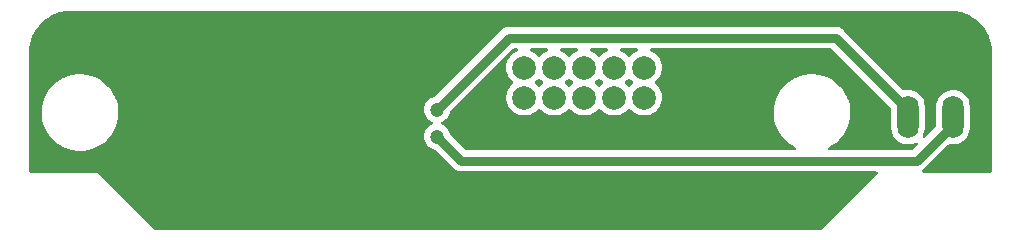
<source format=gbr>
%TF.GenerationSoftware,KiCad,Pcbnew,(6.0.11)*%
%TF.CreationDate,2024-03-18T15:41:05-03:00*%
%TF.ProjectId,qds-cv-bypass-adapter,7164732d-6376-42d6-9279-706173732d61,rev?*%
%TF.SameCoordinates,Original*%
%TF.FileFunction,Copper,L2,Bot*%
%TF.FilePolarity,Positive*%
%FSLAX46Y46*%
G04 Gerber Fmt 4.6, Leading zero omitted, Abs format (unit mm)*
G04 Created by KiCad (PCBNEW (6.0.11)) date 2024-03-18 15:41:05*
%MOMM*%
%LPD*%
G01*
G04 APERTURE LIST*
%TA.AperFunction,ComponentPad*%
%ADD10O,1.800000X3.600000*%
%TD*%
%TA.AperFunction,ComponentPad*%
%ADD11C,2.000000*%
%TD*%
%TA.AperFunction,ViaPad*%
%ADD12C,1.200000*%
%TD*%
%TA.AperFunction,Conductor*%
%ADD13C,0.800000*%
%TD*%
G04 APERTURE END LIST*
D10*
%TO.P,J1,1,Pin_1*%
%TO.N,Net-(SW1-Pad4)*%
X204978000Y-89034500D03*
%TO.P,J1,2,Pin_2*%
%TO.N,Net-(SW1-Pad1)*%
X208788000Y-89034500D03*
%TD*%
D11*
%TO.P,J2,1,Pin_1*%
%TO.N,Net-(J2-Pad1)*%
X172466000Y-84836000D03*
%TO.P,J2,2,Pin_2*%
%TO.N,Net-(J2-Pad2)*%
X172466000Y-87376000D03*
%TO.P,J2,3,Pin_3*%
%TO.N,Net-(J2-Pad3)*%
X175006000Y-84836000D03*
%TO.P,J2,4,Pin_4*%
%TO.N,Net-(J2-Pad4)*%
X175006000Y-87376000D03*
%TO.P,J2,5,Pin_5*%
%TO.N,Net-(J2-Pad5)*%
X177546000Y-84836000D03*
%TO.P,J2,6,Pin_6*%
%TO.N,Net-(J2-Pad6)*%
X177546000Y-87376000D03*
%TO.P,J2,7,Pin_7*%
%TO.N,Net-(J2-Pad7)*%
X180086000Y-84836000D03*
%TO.P,J2,8,Pin_8*%
%TO.N,Net-(J2-Pad8)*%
X180086000Y-87376000D03*
%TO.P,J2,9,Pin_9*%
%TO.N,unconnected-(J2-Pad9)*%
X182626000Y-84836000D03*
%TO.P,J2,10,Pin_10*%
%TO.N,unconnected-(J2-Pad10)*%
X182626000Y-87376000D03*
%TD*%
D12*
%TO.N,Net-(SW1-Pad1)*%
X165100000Y-90678000D03*
%TO.N,Net-(SW1-Pad4)*%
X165100000Y-88392000D03*
%TD*%
D13*
%TO.N,Net-(SW1-Pad1)*%
X205740000Y-92710000D02*
X208788000Y-89662000D01*
X165100000Y-90678000D02*
X167132000Y-92710000D01*
X208788000Y-89034500D02*
X208788000Y-88197750D01*
X208788000Y-89662000D02*
X208788000Y-89034500D01*
X167132000Y-92710000D02*
X205740000Y-92710000D01*
%TO.N,Net-(SW1-Pad4)*%
X171196000Y-82296000D02*
X165100000Y-88392000D01*
X204978000Y-88392000D02*
X198882000Y-82296000D01*
X204978000Y-89034500D02*
X204978000Y-88392000D01*
X198882000Y-82296000D02*
X171196000Y-82296000D01*
%TD*%
%TA.AperFunction,NonConductor*%
G36*
X182057564Y-83224502D02*
G01*
X182104057Y-83278158D01*
X182114161Y-83348432D01*
X182084667Y-83413012D01*
X182037661Y-83446909D01*
X181943611Y-83485865D01*
X181943607Y-83485867D01*
X181939037Y-83487760D01*
X181934817Y-83490346D01*
X181740798Y-83609241D01*
X181740792Y-83609245D01*
X181736584Y-83611824D01*
X181556031Y-83766031D01*
X181552823Y-83769787D01*
X181552818Y-83769792D01*
X181451811Y-83888056D01*
X181392361Y-83926866D01*
X181321366Y-83927372D01*
X181260189Y-83888056D01*
X181159182Y-83769792D01*
X181159177Y-83769787D01*
X181155969Y-83766031D01*
X180975416Y-83611824D01*
X180971208Y-83609245D01*
X180971202Y-83609241D01*
X180777183Y-83490346D01*
X180772963Y-83487760D01*
X180768393Y-83485867D01*
X180768389Y-83485865D01*
X180674339Y-83446909D01*
X180619058Y-83402361D01*
X180596637Y-83334998D01*
X180614195Y-83266206D01*
X180666157Y-83217828D01*
X180722557Y-83204500D01*
X181989443Y-83204500D01*
X182057564Y-83224502D01*
G37*
%TD.AperFunction*%
%TA.AperFunction,NonConductor*%
G36*
X179517564Y-83224502D02*
G01*
X179564057Y-83278158D01*
X179574161Y-83348432D01*
X179544667Y-83413012D01*
X179497661Y-83446909D01*
X179403611Y-83485865D01*
X179403607Y-83485867D01*
X179399037Y-83487760D01*
X179394817Y-83490346D01*
X179200798Y-83609241D01*
X179200792Y-83609245D01*
X179196584Y-83611824D01*
X179016031Y-83766031D01*
X179012823Y-83769787D01*
X179012818Y-83769792D01*
X178911811Y-83888056D01*
X178852361Y-83926866D01*
X178781366Y-83927372D01*
X178720189Y-83888056D01*
X178619182Y-83769792D01*
X178619177Y-83769787D01*
X178615969Y-83766031D01*
X178435416Y-83611824D01*
X178431208Y-83609245D01*
X178431202Y-83609241D01*
X178237183Y-83490346D01*
X178232963Y-83487760D01*
X178228393Y-83485867D01*
X178228389Y-83485865D01*
X178134339Y-83446909D01*
X178079058Y-83402361D01*
X178056637Y-83334998D01*
X178074195Y-83266206D01*
X178126157Y-83217828D01*
X178182557Y-83204500D01*
X179449443Y-83204500D01*
X179517564Y-83224502D01*
G37*
%TD.AperFunction*%
%TA.AperFunction,NonConductor*%
G36*
X176977564Y-83224502D02*
G01*
X177024057Y-83278158D01*
X177034161Y-83348432D01*
X177004667Y-83413012D01*
X176957661Y-83446909D01*
X176863611Y-83485865D01*
X176863607Y-83485867D01*
X176859037Y-83487760D01*
X176854817Y-83490346D01*
X176660798Y-83609241D01*
X176660792Y-83609245D01*
X176656584Y-83611824D01*
X176476031Y-83766031D01*
X176472823Y-83769787D01*
X176472818Y-83769792D01*
X176371811Y-83888056D01*
X176312361Y-83926866D01*
X176241366Y-83927372D01*
X176180189Y-83888056D01*
X176079182Y-83769792D01*
X176079177Y-83769787D01*
X176075969Y-83766031D01*
X175895416Y-83611824D01*
X175891208Y-83609245D01*
X175891202Y-83609241D01*
X175697183Y-83490346D01*
X175692963Y-83487760D01*
X175688393Y-83485867D01*
X175688389Y-83485865D01*
X175594339Y-83446909D01*
X175539058Y-83402361D01*
X175516637Y-83334998D01*
X175534195Y-83266206D01*
X175586157Y-83217828D01*
X175642557Y-83204500D01*
X176909443Y-83204500D01*
X176977564Y-83224502D01*
G37*
%TD.AperFunction*%
%TA.AperFunction,NonConductor*%
G36*
X174437564Y-83224502D02*
G01*
X174484057Y-83278158D01*
X174494161Y-83348432D01*
X174464667Y-83413012D01*
X174417661Y-83446909D01*
X174323611Y-83485865D01*
X174323607Y-83485867D01*
X174319037Y-83487760D01*
X174314817Y-83490346D01*
X174120798Y-83609241D01*
X174120792Y-83609245D01*
X174116584Y-83611824D01*
X173936031Y-83766031D01*
X173932823Y-83769787D01*
X173932818Y-83769792D01*
X173831811Y-83888056D01*
X173772361Y-83926866D01*
X173701366Y-83927372D01*
X173640189Y-83888056D01*
X173539182Y-83769792D01*
X173539177Y-83769787D01*
X173535969Y-83766031D01*
X173355416Y-83611824D01*
X173351208Y-83609245D01*
X173351202Y-83609241D01*
X173157183Y-83490346D01*
X173152963Y-83487760D01*
X173148393Y-83485867D01*
X173148389Y-83485865D01*
X173054339Y-83446909D01*
X172999058Y-83402361D01*
X172976637Y-83334998D01*
X172994195Y-83266206D01*
X173046157Y-83217828D01*
X173102557Y-83204500D01*
X174369443Y-83204500D01*
X174437564Y-83224502D01*
G37*
%TD.AperFunction*%
%TA.AperFunction,NonConductor*%
G36*
X173831811Y-85783944D02*
G01*
X173932818Y-85902208D01*
X173932823Y-85902213D01*
X173936031Y-85905969D01*
X173939787Y-85909177D01*
X173939792Y-85909182D01*
X174058056Y-86010189D01*
X174096866Y-86069639D01*
X174097372Y-86140634D01*
X174058056Y-86201811D01*
X173939792Y-86302818D01*
X173939787Y-86302823D01*
X173936031Y-86306031D01*
X173932823Y-86309787D01*
X173932818Y-86309792D01*
X173831811Y-86428056D01*
X173772361Y-86466866D01*
X173701366Y-86467372D01*
X173640189Y-86428056D01*
X173539182Y-86309792D01*
X173539177Y-86309787D01*
X173535969Y-86306031D01*
X173532213Y-86302823D01*
X173532208Y-86302818D01*
X173413944Y-86201811D01*
X173375134Y-86142361D01*
X173374628Y-86071366D01*
X173413944Y-86010189D01*
X173532208Y-85909182D01*
X173532213Y-85909177D01*
X173535969Y-85905969D01*
X173539177Y-85902213D01*
X173539182Y-85902208D01*
X173640189Y-85783944D01*
X173699639Y-85745134D01*
X173770634Y-85744628D01*
X173831811Y-85783944D01*
G37*
%TD.AperFunction*%
%TA.AperFunction,NonConductor*%
G36*
X181451811Y-85783944D02*
G01*
X181552818Y-85902208D01*
X181552823Y-85902213D01*
X181556031Y-85905969D01*
X181559787Y-85909177D01*
X181559792Y-85909182D01*
X181678056Y-86010189D01*
X181716866Y-86069639D01*
X181717372Y-86140634D01*
X181678056Y-86201811D01*
X181559792Y-86302818D01*
X181559787Y-86302823D01*
X181556031Y-86306031D01*
X181552823Y-86309787D01*
X181552818Y-86309792D01*
X181451811Y-86428056D01*
X181392361Y-86466866D01*
X181321366Y-86467372D01*
X181260189Y-86428056D01*
X181159182Y-86309792D01*
X181159177Y-86309787D01*
X181155969Y-86306031D01*
X181152213Y-86302823D01*
X181152208Y-86302818D01*
X181033944Y-86201811D01*
X180995134Y-86142361D01*
X180994628Y-86071366D01*
X181033944Y-86010189D01*
X181152208Y-85909182D01*
X181152213Y-85909177D01*
X181155969Y-85905969D01*
X181159177Y-85902213D01*
X181159182Y-85902208D01*
X181260189Y-85783944D01*
X181319639Y-85745134D01*
X181390634Y-85744628D01*
X181451811Y-85783944D01*
G37*
%TD.AperFunction*%
%TA.AperFunction,NonConductor*%
G36*
X176371811Y-85783944D02*
G01*
X176472818Y-85902208D01*
X176472823Y-85902213D01*
X176476031Y-85905969D01*
X176479787Y-85909177D01*
X176479792Y-85909182D01*
X176598056Y-86010189D01*
X176636866Y-86069639D01*
X176637372Y-86140634D01*
X176598056Y-86201811D01*
X176479792Y-86302818D01*
X176479787Y-86302823D01*
X176476031Y-86306031D01*
X176472823Y-86309787D01*
X176472818Y-86309792D01*
X176371811Y-86428056D01*
X176312361Y-86466866D01*
X176241366Y-86467372D01*
X176180189Y-86428056D01*
X176079182Y-86309792D01*
X176079177Y-86309787D01*
X176075969Y-86306031D01*
X176072213Y-86302823D01*
X176072208Y-86302818D01*
X175953944Y-86201811D01*
X175915134Y-86142361D01*
X175914628Y-86071366D01*
X175953944Y-86010189D01*
X176072208Y-85909182D01*
X176072213Y-85909177D01*
X176075969Y-85905969D01*
X176079177Y-85902213D01*
X176079182Y-85902208D01*
X176180189Y-85783944D01*
X176239639Y-85745134D01*
X176310634Y-85744628D01*
X176371811Y-85783944D01*
G37*
%TD.AperFunction*%
%TA.AperFunction,NonConductor*%
G36*
X178911811Y-85783944D02*
G01*
X179012818Y-85902208D01*
X179012823Y-85902213D01*
X179016031Y-85905969D01*
X179019787Y-85909177D01*
X179019792Y-85909182D01*
X179138056Y-86010189D01*
X179176866Y-86069639D01*
X179177372Y-86140634D01*
X179138056Y-86201811D01*
X179019792Y-86302818D01*
X179019787Y-86302823D01*
X179016031Y-86306031D01*
X179012823Y-86309787D01*
X179012818Y-86309792D01*
X178911811Y-86428056D01*
X178852361Y-86466866D01*
X178781366Y-86467372D01*
X178720189Y-86428056D01*
X178619182Y-86309792D01*
X178619177Y-86309787D01*
X178615969Y-86306031D01*
X178612213Y-86302823D01*
X178612208Y-86302818D01*
X178493944Y-86201811D01*
X178455134Y-86142361D01*
X178454628Y-86071366D01*
X178493944Y-86010189D01*
X178612208Y-85909182D01*
X178612213Y-85909177D01*
X178615969Y-85905969D01*
X178619177Y-85902213D01*
X178619182Y-85902208D01*
X178720189Y-85783944D01*
X178779639Y-85745134D01*
X178850634Y-85744628D01*
X178911811Y-85783944D01*
G37*
%TD.AperFunction*%
%TA.AperFunction,NonConductor*%
G36*
X171897564Y-83224502D02*
G01*
X171944057Y-83278158D01*
X171954161Y-83348432D01*
X171924667Y-83413012D01*
X171877661Y-83446909D01*
X171783611Y-83485865D01*
X171783607Y-83485867D01*
X171779037Y-83487760D01*
X171774817Y-83490346D01*
X171580798Y-83609241D01*
X171580792Y-83609245D01*
X171576584Y-83611824D01*
X171396031Y-83766031D01*
X171241824Y-83946584D01*
X171239245Y-83950792D01*
X171239241Y-83950798D01*
X171120346Y-84144817D01*
X171117760Y-84149037D01*
X171026895Y-84368406D01*
X170971465Y-84599289D01*
X170952835Y-84836000D01*
X170971465Y-85072711D01*
X171026895Y-85303594D01*
X171028788Y-85308165D01*
X171028789Y-85308167D01*
X171070981Y-85410027D01*
X171117760Y-85522963D01*
X171120346Y-85527183D01*
X171239241Y-85721202D01*
X171239245Y-85721208D01*
X171241824Y-85725416D01*
X171396031Y-85905969D01*
X171399787Y-85909177D01*
X171399792Y-85909182D01*
X171518056Y-86010189D01*
X171556866Y-86069639D01*
X171557372Y-86140634D01*
X171518056Y-86201811D01*
X171399792Y-86302818D01*
X171399787Y-86302823D01*
X171396031Y-86306031D01*
X171241824Y-86486584D01*
X171239245Y-86490792D01*
X171239241Y-86490798D01*
X171190153Y-86570903D01*
X171117760Y-86689037D01*
X171115867Y-86693607D01*
X171115865Y-86693611D01*
X171046247Y-86861685D01*
X171026895Y-86908406D01*
X171020967Y-86933098D01*
X170985786Y-87079639D01*
X170971465Y-87139289D01*
X170952835Y-87376000D01*
X170971465Y-87612711D01*
X170972619Y-87617518D01*
X170972620Y-87617524D01*
X170990533Y-87692136D01*
X171026895Y-87843594D01*
X171028788Y-87848165D01*
X171028789Y-87848167D01*
X171108011Y-88039426D01*
X171117760Y-88062963D01*
X171120346Y-88067183D01*
X171239241Y-88261202D01*
X171239245Y-88261208D01*
X171241824Y-88265416D01*
X171396031Y-88445969D01*
X171576584Y-88600176D01*
X171580792Y-88602755D01*
X171580798Y-88602759D01*
X171669886Y-88657352D01*
X171779037Y-88724240D01*
X171783607Y-88726133D01*
X171783611Y-88726135D01*
X171886750Y-88768856D01*
X171998406Y-88815105D01*
X172078609Y-88834360D01*
X172224476Y-88869380D01*
X172224482Y-88869381D01*
X172229289Y-88870535D01*
X172466000Y-88889165D01*
X172702711Y-88870535D01*
X172707518Y-88869381D01*
X172707524Y-88869380D01*
X172853391Y-88834360D01*
X172933594Y-88815105D01*
X173045250Y-88768856D01*
X173148389Y-88726135D01*
X173148393Y-88726133D01*
X173152963Y-88724240D01*
X173262114Y-88657352D01*
X173351202Y-88602759D01*
X173351208Y-88602755D01*
X173355416Y-88600176D01*
X173535969Y-88445969D01*
X173539177Y-88442213D01*
X173539182Y-88442208D01*
X173640189Y-88323944D01*
X173699639Y-88285134D01*
X173770634Y-88284628D01*
X173831811Y-88323944D01*
X173932818Y-88442208D01*
X173932823Y-88442213D01*
X173936031Y-88445969D01*
X174116584Y-88600176D01*
X174120792Y-88602755D01*
X174120798Y-88602759D01*
X174209886Y-88657352D01*
X174319037Y-88724240D01*
X174323607Y-88726133D01*
X174323611Y-88726135D01*
X174426750Y-88768856D01*
X174538406Y-88815105D01*
X174618609Y-88834360D01*
X174764476Y-88869380D01*
X174764482Y-88869381D01*
X174769289Y-88870535D01*
X175006000Y-88889165D01*
X175242711Y-88870535D01*
X175247518Y-88869381D01*
X175247524Y-88869380D01*
X175393391Y-88834360D01*
X175473594Y-88815105D01*
X175585250Y-88768856D01*
X175688389Y-88726135D01*
X175688393Y-88726133D01*
X175692963Y-88724240D01*
X175802114Y-88657352D01*
X175891202Y-88602759D01*
X175891208Y-88602755D01*
X175895416Y-88600176D01*
X176075969Y-88445969D01*
X176079177Y-88442213D01*
X176079182Y-88442208D01*
X176180189Y-88323944D01*
X176239639Y-88285134D01*
X176310634Y-88284628D01*
X176371811Y-88323944D01*
X176472818Y-88442208D01*
X176472823Y-88442213D01*
X176476031Y-88445969D01*
X176656584Y-88600176D01*
X176660792Y-88602755D01*
X176660798Y-88602759D01*
X176749886Y-88657352D01*
X176859037Y-88724240D01*
X176863607Y-88726133D01*
X176863611Y-88726135D01*
X176966750Y-88768856D01*
X177078406Y-88815105D01*
X177158609Y-88834360D01*
X177304476Y-88869380D01*
X177304482Y-88869381D01*
X177309289Y-88870535D01*
X177546000Y-88889165D01*
X177782711Y-88870535D01*
X177787518Y-88869381D01*
X177787524Y-88869380D01*
X177933391Y-88834360D01*
X178013594Y-88815105D01*
X178125250Y-88768856D01*
X178228389Y-88726135D01*
X178228393Y-88726133D01*
X178232963Y-88724240D01*
X178342114Y-88657352D01*
X178431202Y-88602759D01*
X178431208Y-88602755D01*
X178435416Y-88600176D01*
X178615969Y-88445969D01*
X178619177Y-88442213D01*
X178619182Y-88442208D01*
X178720189Y-88323944D01*
X178779639Y-88285134D01*
X178850634Y-88284628D01*
X178911811Y-88323944D01*
X179012818Y-88442208D01*
X179012823Y-88442213D01*
X179016031Y-88445969D01*
X179196584Y-88600176D01*
X179200792Y-88602755D01*
X179200798Y-88602759D01*
X179289886Y-88657352D01*
X179399037Y-88724240D01*
X179403607Y-88726133D01*
X179403611Y-88726135D01*
X179506750Y-88768856D01*
X179618406Y-88815105D01*
X179698609Y-88834360D01*
X179844476Y-88869380D01*
X179844482Y-88869381D01*
X179849289Y-88870535D01*
X180086000Y-88889165D01*
X180322711Y-88870535D01*
X180327518Y-88869381D01*
X180327524Y-88869380D01*
X180473391Y-88834360D01*
X180553594Y-88815105D01*
X180665250Y-88768856D01*
X180768389Y-88726135D01*
X180768393Y-88726133D01*
X180772963Y-88724240D01*
X180882114Y-88657352D01*
X180971202Y-88602759D01*
X180971208Y-88602755D01*
X180975416Y-88600176D01*
X181155969Y-88445969D01*
X181159177Y-88442213D01*
X181159182Y-88442208D01*
X181260189Y-88323944D01*
X181319639Y-88285134D01*
X181390634Y-88284628D01*
X181451811Y-88323944D01*
X181552818Y-88442208D01*
X181552823Y-88442213D01*
X181556031Y-88445969D01*
X181736584Y-88600176D01*
X181740792Y-88602755D01*
X181740798Y-88602759D01*
X181829886Y-88657352D01*
X181939037Y-88724240D01*
X181943607Y-88726133D01*
X181943611Y-88726135D01*
X182046750Y-88768856D01*
X182158406Y-88815105D01*
X182238609Y-88834360D01*
X182384476Y-88869380D01*
X182384482Y-88869381D01*
X182389289Y-88870535D01*
X182626000Y-88889165D01*
X182862711Y-88870535D01*
X182867518Y-88869381D01*
X182867524Y-88869380D01*
X183013391Y-88834360D01*
X183093594Y-88815105D01*
X183205250Y-88768856D01*
X183308389Y-88726135D01*
X183308393Y-88726133D01*
X183312963Y-88724240D01*
X183422114Y-88657352D01*
X183511202Y-88602759D01*
X183511208Y-88602755D01*
X183515416Y-88600176D01*
X183695969Y-88445969D01*
X183850176Y-88265416D01*
X183852755Y-88261208D01*
X183852759Y-88261202D01*
X183971654Y-88067183D01*
X183974240Y-88062963D01*
X183983990Y-88039426D01*
X184063211Y-87848167D01*
X184063212Y-87848165D01*
X184065105Y-87843594D01*
X184101467Y-87692136D01*
X184119380Y-87617524D01*
X184119381Y-87617518D01*
X184120535Y-87612711D01*
X184139165Y-87376000D01*
X184120535Y-87139289D01*
X184106215Y-87079639D01*
X184071033Y-86933098D01*
X184065105Y-86908406D01*
X184045753Y-86861685D01*
X183976135Y-86693611D01*
X183976133Y-86693607D01*
X183974240Y-86689037D01*
X183901847Y-86570903D01*
X183852759Y-86490798D01*
X183852755Y-86490792D01*
X183850176Y-86486584D01*
X183695969Y-86306031D01*
X183692213Y-86302823D01*
X183692208Y-86302818D01*
X183573944Y-86201811D01*
X183535134Y-86142361D01*
X183534628Y-86071366D01*
X183573944Y-86010189D01*
X183692208Y-85909182D01*
X183692213Y-85909177D01*
X183695969Y-85905969D01*
X183850176Y-85725416D01*
X183852755Y-85721208D01*
X183852759Y-85721202D01*
X183971654Y-85527183D01*
X183974240Y-85522963D01*
X184021020Y-85410027D01*
X184063211Y-85308167D01*
X184063212Y-85308165D01*
X184065105Y-85303594D01*
X184120535Y-85072711D01*
X184139165Y-84836000D01*
X184120535Y-84599289D01*
X184065105Y-84368406D01*
X183974240Y-84149037D01*
X183971654Y-84144817D01*
X183852759Y-83950798D01*
X183852755Y-83950792D01*
X183850176Y-83946584D01*
X183695969Y-83766031D01*
X183515416Y-83611824D01*
X183511208Y-83609245D01*
X183511202Y-83609241D01*
X183317183Y-83490346D01*
X183312963Y-83487760D01*
X183308393Y-83485867D01*
X183308389Y-83485865D01*
X183214339Y-83446909D01*
X183159058Y-83402361D01*
X183136637Y-83334998D01*
X183154195Y-83266206D01*
X183206157Y-83217828D01*
X183262557Y-83204500D01*
X198453497Y-83204500D01*
X198521618Y-83224502D01*
X198542592Y-83241405D01*
X203532595Y-88231408D01*
X203566621Y-88293720D01*
X203569500Y-88320503D01*
X203569500Y-89994512D01*
X203584617Y-90172675D01*
X203585957Y-90177839D01*
X203585958Y-90177843D01*
X203613669Y-90284606D01*
X203644668Y-90404040D01*
X203646860Y-90408906D01*
X203702345Y-90532077D01*
X203742843Y-90621980D01*
X203876334Y-90820262D01*
X203880013Y-90824119D01*
X203880015Y-90824121D01*
X203912099Y-90857753D01*
X204041326Y-90993218D01*
X204233100Y-91135902D01*
X204237851Y-91138318D01*
X204237855Y-91138320D01*
X204390718Y-91216039D01*
X204446172Y-91244233D01*
X204560312Y-91279674D01*
X204669349Y-91313532D01*
X204669355Y-91313533D01*
X204674452Y-91315116D01*
X204801883Y-91332006D01*
X204906127Y-91345823D01*
X204906131Y-91345823D01*
X204911411Y-91346523D01*
X204916740Y-91346323D01*
X204916741Y-91346323D01*
X205014509Y-91342652D01*
X205150274Y-91337555D01*
X205245865Y-91317498D01*
X205378984Y-91289567D01*
X205378987Y-91289566D01*
X205384211Y-91288470D01*
X205606533Y-91200671D01*
X205623594Y-91190318D01*
X205692208Y-91172079D01*
X205759790Y-91193830D01*
X205804885Y-91248666D01*
X205813174Y-91319177D01*
X205778055Y-91387132D01*
X205400592Y-91764595D01*
X205338280Y-91798621D01*
X205311497Y-91801500D01*
X198345973Y-91801500D01*
X198277852Y-91781498D01*
X198231359Y-91727842D01*
X198221255Y-91657568D01*
X198250749Y-91592988D01*
X198286141Y-91564612D01*
X198319961Y-91546364D01*
X198411589Y-91496924D01*
X198547914Y-91423367D01*
X198547918Y-91423364D01*
X198550964Y-91421721D01*
X198580949Y-91400997D01*
X198842443Y-91220269D01*
X198842449Y-91220265D01*
X198845284Y-91218305D01*
X199104673Y-90993218D01*
X199112887Y-90986090D01*
X199112888Y-90986089D01*
X199115504Y-90983819D01*
X199249019Y-90839384D01*
X199356014Y-90723637D01*
X199358362Y-90721097D01*
X199415954Y-90643124D01*
X199568860Y-90436106D01*
X199568865Y-90436098D01*
X199570923Y-90433312D01*
X199750621Y-90123940D01*
X199895285Y-89796717D01*
X200003167Y-89455596D01*
X200004129Y-89450763D01*
X200072291Y-89108089D01*
X200072966Y-89104696D01*
X200079696Y-89026997D01*
X200103538Y-88751712D01*
X200103538Y-88751706D01*
X200103837Y-88748256D01*
X200099678Y-88571753D01*
X200095490Y-88394045D01*
X200095489Y-88394038D01*
X200095408Y-88390581D01*
X200047780Y-88035991D01*
X200045800Y-88028019D01*
X199962367Y-87692136D01*
X199962365Y-87692129D01*
X199961530Y-87688768D01*
X199939931Y-87630220D01*
X199851364Y-87390150D01*
X199837698Y-87353108D01*
X199746822Y-87171238D01*
X199679326Y-87036156D01*
X199679322Y-87036149D01*
X199677780Y-87033063D01*
X199483709Y-86732499D01*
X199354419Y-86573691D01*
X199260012Y-86457729D01*
X199260005Y-86457722D01*
X199257827Y-86455046D01*
X199002863Y-86204056D01*
X199000016Y-86201811D01*
X198724620Y-85984707D01*
X198721897Y-85982560D01*
X198418322Y-85793234D01*
X198415196Y-85791733D01*
X198415187Y-85791728D01*
X198245759Y-85710370D01*
X198095804Y-85638363D01*
X198092535Y-85637215D01*
X197761499Y-85520963D01*
X197761491Y-85520961D01*
X197758240Y-85519819D01*
X197754878Y-85519040D01*
X197754872Y-85519038D01*
X197542887Y-85469903D01*
X197409705Y-85439033D01*
X197406288Y-85438629D01*
X197406279Y-85438627D01*
X197057115Y-85397301D01*
X197057114Y-85397301D01*
X197054411Y-85396981D01*
X197051696Y-85396896D01*
X197051687Y-85396895D01*
X197026731Y-85396111D01*
X197007286Y-85395500D01*
X196760183Y-85395500D01*
X196758464Y-85395595D01*
X196758449Y-85395595D01*
X196616311Y-85403418D01*
X196492766Y-85410217D01*
X196489354Y-85410785D01*
X196489344Y-85410786D01*
X196246045Y-85451283D01*
X196139847Y-85468959D01*
X195795505Y-85566073D01*
X195463900Y-85700387D01*
X195410547Y-85729175D01*
X195152086Y-85868633D01*
X195152082Y-85868636D01*
X195149036Y-85870279D01*
X195146188Y-85872248D01*
X195146187Y-85872248D01*
X194857557Y-86071731D01*
X194857551Y-86071735D01*
X194854716Y-86073695D01*
X194584496Y-86308181D01*
X194582148Y-86310721D01*
X194582146Y-86310723D01*
X194448735Y-86455046D01*
X194341638Y-86570903D01*
X194339579Y-86573691D01*
X194131140Y-86855894D01*
X194131135Y-86855902D01*
X194129077Y-86858688D01*
X194127338Y-86861682D01*
X194127336Y-86861685D01*
X194053057Y-86989565D01*
X193949379Y-87168060D01*
X193804715Y-87495283D01*
X193696833Y-87836404D01*
X193696158Y-87839797D01*
X193696156Y-87839805D01*
X193637683Y-88133768D01*
X193627034Y-88187304D01*
X193626736Y-88190745D01*
X193626735Y-88190752D01*
X193604631Y-88445969D01*
X193596163Y-88543744D01*
X193596555Y-88560383D01*
X193603377Y-88849842D01*
X193604592Y-88901419D01*
X193652220Y-89256009D01*
X193653056Y-89259373D01*
X193653056Y-89259375D01*
X193729764Y-89568183D01*
X193738470Y-89603232D01*
X193739670Y-89606485D01*
X193739671Y-89606488D01*
X193763545Y-89671200D01*
X193862302Y-89938892D01*
X193938657Y-90091702D01*
X194020674Y-90255844D01*
X194020678Y-90255851D01*
X194022220Y-90258937D01*
X194216291Y-90559501D01*
X194284371Y-90643124D01*
X194439988Y-90834271D01*
X194439995Y-90834278D01*
X194442173Y-90836954D01*
X194444637Y-90839380D01*
X194444641Y-90839384D01*
X194526541Y-90920007D01*
X194697137Y-91087944D01*
X194699856Y-91090088D01*
X194699860Y-91090091D01*
X194826998Y-91190318D01*
X194978103Y-91309440D01*
X194981049Y-91311277D01*
X194981050Y-91311278D01*
X194993716Y-91319177D01*
X195281678Y-91498766D01*
X195284804Y-91500267D01*
X195284813Y-91500272D01*
X195413190Y-91561917D01*
X195465939Y-91609435D01*
X195484625Y-91677929D01*
X195463313Y-91745651D01*
X195408771Y-91791101D01*
X195358648Y-91801500D01*
X167560503Y-91801500D01*
X167492382Y-91781498D01*
X167471408Y-91764595D01*
X166222834Y-90516021D01*
X166190660Y-90461128D01*
X166140875Y-90284606D01*
X166140874Y-90284604D01*
X166139307Y-90279047D01*
X166130824Y-90261844D01*
X166051756Y-90101510D01*
X166049201Y-90096329D01*
X166030796Y-90071681D01*
X165930758Y-89937715D01*
X165930758Y-89937714D01*
X165927305Y-89933091D01*
X165785079Y-89801618D01*
X165781943Y-89798719D01*
X165781940Y-89798717D01*
X165777703Y-89794800D01*
X165680543Y-89733497D01*
X165610288Y-89689169D01*
X165610283Y-89689167D01*
X165605404Y-89686088D01*
X165523201Y-89653292D01*
X165467343Y-89609473D01*
X165444042Y-89542408D01*
X165460698Y-89473393D01*
X165512022Y-89424339D01*
X165529387Y-89416951D01*
X165552799Y-89409004D01*
X165730551Y-89309458D01*
X165887186Y-89179186D01*
X166017458Y-89022551D01*
X166117004Y-88844799D01*
X166118860Y-88839332D01*
X166118862Y-88839327D01*
X166180634Y-88657352D01*
X166180635Y-88657347D01*
X166182490Y-88651883D01*
X166186246Y-88625979D01*
X166215817Y-88561434D01*
X166221847Y-88554966D01*
X171535408Y-83241405D01*
X171597720Y-83207379D01*
X171624503Y-83204500D01*
X171829443Y-83204500D01*
X171897564Y-83224502D01*
G37*
%TD.AperFunction*%
%TA.AperFunction,NonConductor*%
G36*
X208504018Y-80012000D02*
G01*
X208518852Y-80014310D01*
X208518855Y-80014310D01*
X208527724Y-80015691D01*
X208536627Y-80014527D01*
X208536629Y-80014527D01*
X208547078Y-80013161D01*
X208569594Y-80012249D01*
X208876322Y-80027318D01*
X208888618Y-80028528D01*
X209221520Y-80077910D01*
X209233642Y-80080320D01*
X209329572Y-80104350D01*
X209560101Y-80162095D01*
X209571933Y-80165684D01*
X209888803Y-80279061D01*
X209900227Y-80283793D01*
X210204456Y-80427683D01*
X210215361Y-80433512D01*
X210504024Y-80606530D01*
X210514305Y-80613400D01*
X210784613Y-80813874D01*
X210794171Y-80821718D01*
X211043531Y-81047725D01*
X211052275Y-81056469D01*
X211278282Y-81305829D01*
X211286126Y-81315387D01*
X211486600Y-81585695D01*
X211493470Y-81595976D01*
X211666488Y-81884639D01*
X211672317Y-81895544D01*
X211816207Y-82199773D01*
X211820939Y-82211197D01*
X211934316Y-82528067D01*
X211937905Y-82539899D01*
X212019679Y-82866355D01*
X212022091Y-82878483D01*
X212071471Y-83211377D01*
X212072682Y-83223676D01*
X212085564Y-83485865D01*
X212087390Y-83523034D01*
X212086042Y-83548598D01*
X212084309Y-83559724D01*
X212085474Y-83568630D01*
X212088436Y-83591283D01*
X212089500Y-83607621D01*
X212089500Y-93599500D01*
X212069498Y-93667621D01*
X212015842Y-93714114D01*
X211963500Y-93725500D01*
X206272940Y-93725500D01*
X206204819Y-93705498D01*
X206158326Y-93651842D01*
X206148222Y-93581568D01*
X206177716Y-93516988D01*
X206215738Y-93487233D01*
X206231646Y-93479128D01*
X206231653Y-93479124D01*
X206237530Y-93476129D01*
X206248467Y-93467273D01*
X206264763Y-93456073D01*
X206271224Y-93452343D01*
X206271228Y-93452340D01*
X206276944Y-93449040D01*
X206281850Y-93444623D01*
X206281855Y-93444619D01*
X206327769Y-93403278D01*
X206332784Y-93398994D01*
X206346177Y-93388148D01*
X206348741Y-93386072D01*
X206363256Y-93371557D01*
X206368041Y-93367016D01*
X206413957Y-93325673D01*
X206418866Y-93321253D01*
X206427140Y-93309865D01*
X206439981Y-93294832D01*
X208383289Y-91351524D01*
X208445601Y-91317498D01*
X208488939Y-91315711D01*
X208716127Y-91345823D01*
X208716131Y-91345823D01*
X208721411Y-91346523D01*
X208726740Y-91346323D01*
X208726741Y-91346323D01*
X208824509Y-91342652D01*
X208960274Y-91337555D01*
X209055865Y-91317498D01*
X209188984Y-91289567D01*
X209188987Y-91289566D01*
X209194211Y-91288470D01*
X209416533Y-91200671D01*
X209620883Y-91076668D01*
X209801419Y-90920007D01*
X209804802Y-90915881D01*
X209804806Y-90915877D01*
X209949593Y-90739295D01*
X209952978Y-90735167D01*
X209959542Y-90723637D01*
X210068584Y-90532077D01*
X210071227Y-90527434D01*
X210152784Y-90302747D01*
X210153734Y-90297495D01*
X210194580Y-90071615D01*
X210194581Y-90071607D01*
X210195318Y-90067531D01*
X210196500Y-90042468D01*
X210196500Y-88074488D01*
X210181383Y-87896325D01*
X210167697Y-87843594D01*
X210122673Y-87670125D01*
X210122671Y-87670120D01*
X210121332Y-87664960D01*
X210099964Y-87617524D01*
X210025347Y-87451881D01*
X210025346Y-87451878D01*
X210023157Y-87447020D01*
X209889666Y-87248738D01*
X209724674Y-87075782D01*
X209532900Y-86933098D01*
X209528149Y-86930682D01*
X209528145Y-86930680D01*
X209324586Y-86827186D01*
X209324585Y-86827186D01*
X209319828Y-86824767D01*
X209177362Y-86780530D01*
X209096651Y-86755468D01*
X209096645Y-86755467D01*
X209091548Y-86753884D01*
X208952151Y-86735408D01*
X208859873Y-86723177D01*
X208859869Y-86723177D01*
X208854589Y-86722477D01*
X208849260Y-86722677D01*
X208849259Y-86722677D01*
X208751491Y-86726348D01*
X208615726Y-86731445D01*
X208596839Y-86735408D01*
X208387016Y-86779433D01*
X208387013Y-86779434D01*
X208381789Y-86780530D01*
X208159467Y-86868329D01*
X207955117Y-86992332D01*
X207951087Y-86995829D01*
X207785764Y-87139289D01*
X207774581Y-87148993D01*
X207771198Y-87153119D01*
X207771194Y-87153123D01*
X207692795Y-87248738D01*
X207623022Y-87333833D01*
X207620383Y-87338469D01*
X207620381Y-87338472D01*
X207531182Y-87495173D01*
X207504773Y-87541566D01*
X207423216Y-87766253D01*
X207422267Y-87771502D01*
X207422266Y-87771505D01*
X207381420Y-87997385D01*
X207381419Y-87997393D01*
X207380682Y-88001469D01*
X207379500Y-88026532D01*
X207379500Y-89733497D01*
X207359498Y-89801618D01*
X207342595Y-89822592D01*
X206424803Y-90740384D01*
X206362491Y-90774410D01*
X206291676Y-90769345D01*
X206234840Y-90726798D01*
X206210029Y-90660278D01*
X206226206Y-90588957D01*
X206258584Y-90532077D01*
X206261227Y-90527434D01*
X206342784Y-90302747D01*
X206343734Y-90297495D01*
X206384580Y-90071615D01*
X206384581Y-90071607D01*
X206385318Y-90067531D01*
X206386500Y-90042468D01*
X206386500Y-88074488D01*
X206371383Y-87896325D01*
X206357697Y-87843594D01*
X206312673Y-87670125D01*
X206312671Y-87670120D01*
X206311332Y-87664960D01*
X206289964Y-87617524D01*
X206215347Y-87451881D01*
X206215346Y-87451878D01*
X206213157Y-87447020D01*
X206079666Y-87248738D01*
X205914674Y-87075782D01*
X205722900Y-86933098D01*
X205718149Y-86930682D01*
X205718145Y-86930680D01*
X205514586Y-86827186D01*
X205514585Y-86827186D01*
X205509828Y-86824767D01*
X205367362Y-86780530D01*
X205286651Y-86755468D01*
X205286645Y-86755467D01*
X205281548Y-86753884D01*
X205142151Y-86735408D01*
X205049873Y-86723177D01*
X205049869Y-86723177D01*
X205044589Y-86722477D01*
X205039260Y-86722677D01*
X205039259Y-86722677D01*
X204941491Y-86726348D01*
X204805726Y-86731445D01*
X204800508Y-86732540D01*
X204800507Y-86732540D01*
X204704290Y-86752728D01*
X204633513Y-86747140D01*
X204589321Y-86718508D01*
X199581981Y-81711168D01*
X199569140Y-81696135D01*
X199564746Y-81690087D01*
X199564745Y-81690086D01*
X199560866Y-81684747D01*
X199510041Y-81638984D01*
X199505256Y-81634443D01*
X199490741Y-81619928D01*
X199483282Y-81613888D01*
X199474784Y-81607006D01*
X199469769Y-81602722D01*
X199423855Y-81561381D01*
X199423850Y-81561377D01*
X199418944Y-81556960D01*
X199413228Y-81553660D01*
X199413224Y-81553657D01*
X199406763Y-81549927D01*
X199390466Y-81538727D01*
X199384660Y-81534025D01*
X199384658Y-81534024D01*
X199379530Y-81529871D01*
X199318573Y-81498812D01*
X199312782Y-81495667D01*
X199259279Y-81464777D01*
X199259278Y-81464776D01*
X199253556Y-81461473D01*
X199247274Y-81459432D01*
X199247272Y-81459431D01*
X199240174Y-81457125D01*
X199221907Y-81449559D01*
X199221903Y-81449557D01*
X199209370Y-81443171D01*
X199143291Y-81425465D01*
X199136997Y-81423600D01*
X199071928Y-81402458D01*
X199065363Y-81401768D01*
X199065354Y-81401766D01*
X199057925Y-81400985D01*
X199038491Y-81397383D01*
X199031286Y-81395453D01*
X199031284Y-81395453D01*
X199024903Y-81393743D01*
X199018312Y-81393398D01*
X199018308Y-81393397D01*
X198956616Y-81390164D01*
X198950042Y-81389647D01*
X198932884Y-81387844D01*
X198932882Y-81387844D01*
X198929610Y-81387500D01*
X198909074Y-81387500D01*
X198902480Y-81387327D01*
X198840782Y-81384093D01*
X198840777Y-81384093D01*
X198834190Y-81383748D01*
X198820292Y-81385949D01*
X198800583Y-81387500D01*
X171277417Y-81387500D01*
X171257708Y-81385949D01*
X171243810Y-81383748D01*
X171237223Y-81384093D01*
X171237218Y-81384093D01*
X171175520Y-81387327D01*
X171168926Y-81387500D01*
X171148390Y-81387500D01*
X171145118Y-81387844D01*
X171145116Y-81387844D01*
X171127958Y-81389647D01*
X171121384Y-81390164D01*
X171059696Y-81393397D01*
X171059694Y-81393397D01*
X171053097Y-81393743D01*
X171039504Y-81397385D01*
X171020075Y-81400986D01*
X171006072Y-81402458D01*
X170941025Y-81423593D01*
X170934712Y-81425463D01*
X170914074Y-81430993D01*
X170875003Y-81441462D01*
X170875000Y-81441463D01*
X170868630Y-81443170D01*
X170856085Y-81449562D01*
X170837826Y-81457125D01*
X170824444Y-81461473D01*
X170818723Y-81464776D01*
X170765223Y-81495664D01*
X170759426Y-81498812D01*
X170704351Y-81526874D01*
X170704348Y-81526876D01*
X170698470Y-81529871D01*
X170693342Y-81534024D01*
X170693340Y-81534025D01*
X170687534Y-81538727D01*
X170671237Y-81549927D01*
X170664776Y-81553657D01*
X170664772Y-81553660D01*
X170659056Y-81556960D01*
X170654150Y-81561377D01*
X170654145Y-81561381D01*
X170608231Y-81602722D01*
X170603216Y-81607006D01*
X170594718Y-81613888D01*
X170587259Y-81619928D01*
X170572744Y-81634443D01*
X170567959Y-81638984D01*
X170517134Y-81684747D01*
X170513255Y-81690086D01*
X170513254Y-81690087D01*
X170508860Y-81696135D01*
X170496019Y-81711168D01*
X164935124Y-87272063D01*
X164867367Y-87307148D01*
X164811870Y-87316684D01*
X164620734Y-87387198D01*
X164615773Y-87390150D01*
X164615772Y-87390150D01*
X164520183Y-87447020D01*
X164445649Y-87491363D01*
X164292478Y-87625690D01*
X164288911Y-87630215D01*
X164288906Y-87630220D01*
X164257448Y-87670125D01*
X164166351Y-87785681D01*
X164071492Y-87965978D01*
X164011078Y-88160543D01*
X163987132Y-88362859D01*
X164000457Y-88566151D01*
X164050605Y-88763610D01*
X164135898Y-88948624D01*
X164253479Y-89114997D01*
X164399410Y-89257157D01*
X164404206Y-89260362D01*
X164404209Y-89260364D01*
X164472149Y-89305760D01*
X164568803Y-89370342D01*
X164574106Y-89372620D01*
X164574109Y-89372622D01*
X164681875Y-89418922D01*
X164736568Y-89464191D01*
X164758105Y-89531842D01*
X164739648Y-89600397D01*
X164687057Y-89648091D01*
X164675748Y-89652902D01*
X164639302Y-89666348D01*
X164620734Y-89673198D01*
X164445649Y-89777363D01*
X164292478Y-89911690D01*
X164288911Y-89916215D01*
X164288906Y-89916220D01*
X164229283Y-89991852D01*
X164166351Y-90071681D01*
X164071492Y-90251978D01*
X164011078Y-90446543D01*
X163987132Y-90648859D01*
X164000457Y-90852151D01*
X164050605Y-91049610D01*
X164135898Y-91234624D01*
X164253479Y-91400997D01*
X164399410Y-91543157D01*
X164404206Y-91546362D01*
X164404209Y-91546364D01*
X164469464Y-91589966D01*
X164568803Y-91656342D01*
X164574106Y-91658620D01*
X164574109Y-91658622D01*
X164732958Y-91726869D01*
X164755987Y-91736763D01*
X164850286Y-91758100D01*
X164872920Y-91763222D01*
X164934207Y-91797020D01*
X166432019Y-93294832D01*
X166444860Y-93309865D01*
X166453134Y-93321253D01*
X166458043Y-93325673D01*
X166503959Y-93367016D01*
X166508744Y-93371557D01*
X166523259Y-93386072D01*
X166525823Y-93388148D01*
X166539216Y-93398994D01*
X166544231Y-93403278D01*
X166590145Y-93444619D01*
X166590150Y-93444623D01*
X166595056Y-93449040D01*
X166600772Y-93452340D01*
X166600776Y-93452343D01*
X166607237Y-93456073D01*
X166623533Y-93467273D01*
X166634470Y-93476129D01*
X166695421Y-93507185D01*
X166701215Y-93510331D01*
X166760444Y-93544527D01*
X166766726Y-93546568D01*
X166766728Y-93546569D01*
X166773826Y-93548875D01*
X166792092Y-93556440D01*
X166804630Y-93562829D01*
X166870701Y-93580533D01*
X166877003Y-93582400D01*
X166942072Y-93603542D01*
X166948637Y-93604232D01*
X166948646Y-93604234D01*
X166956075Y-93605015D01*
X166975509Y-93608617D01*
X166982714Y-93610547D01*
X166982716Y-93610547D01*
X166989097Y-93612257D01*
X166995688Y-93612602D01*
X166995692Y-93612603D01*
X167057384Y-93615836D01*
X167063958Y-93616353D01*
X167081116Y-93618156D01*
X167081118Y-93618156D01*
X167084390Y-93618500D01*
X167104926Y-93618500D01*
X167111520Y-93618673D01*
X167173218Y-93621907D01*
X167173223Y-93621907D01*
X167179810Y-93622252D01*
X167193708Y-93620051D01*
X167213417Y-93618500D01*
X202286371Y-93618500D01*
X202354492Y-93638502D01*
X202400985Y-93692158D01*
X202411089Y-93762432D01*
X202381595Y-93827012D01*
X202367630Y-93839860D01*
X202368079Y-93840384D01*
X202364376Y-93843555D01*
X202360448Y-93846425D01*
X202349473Y-93857400D01*
X202342626Y-93863758D01*
X202304873Y-93896287D01*
X202299989Y-93903822D01*
X202294542Y-93910066D01*
X202284942Y-93921931D01*
X197692278Y-98514595D01*
X197629966Y-98548621D01*
X197603183Y-98551500D01*
X141232817Y-98551500D01*
X141164696Y-98531498D01*
X141143722Y-98514595D01*
X136553823Y-93924696D01*
X136546200Y-93915156D01*
X136545832Y-93915470D01*
X136540014Y-93908634D01*
X136535224Y-93901042D01*
X136494875Y-93865407D01*
X136489188Y-93860061D01*
X136477745Y-93848618D01*
X136469370Y-93842341D01*
X136461541Y-93835967D01*
X136426049Y-93804622D01*
X136417926Y-93800808D01*
X136415438Y-93799174D01*
X136400477Y-93790186D01*
X136397892Y-93788771D01*
X136390705Y-93783384D01*
X136346357Y-93766759D01*
X136337040Y-93762832D01*
X136336572Y-93762612D01*
X136294200Y-93742719D01*
X136285331Y-93741338D01*
X136282498Y-93740472D01*
X136265611Y-93736042D01*
X136262726Y-93735408D01*
X136254316Y-93732255D01*
X136225158Y-93730088D01*
X136207094Y-93728746D01*
X136197048Y-93727592D01*
X136188425Y-93726249D01*
X136188422Y-93726249D01*
X136183614Y-93725500D01*
X136168094Y-93725500D01*
X136158757Y-93725154D01*
X136141854Y-93723898D01*
X136109059Y-93721461D01*
X136100280Y-93723335D01*
X136092022Y-93723898D01*
X136076839Y-93725500D01*
X130682500Y-93725500D01*
X130614379Y-93705498D01*
X130567886Y-93651842D01*
X130556500Y-93599500D01*
X130556500Y-88543744D01*
X131620163Y-88543744D01*
X131620555Y-88560383D01*
X131627377Y-88849842D01*
X131628592Y-88901419D01*
X131676220Y-89256009D01*
X131677056Y-89259373D01*
X131677056Y-89259375D01*
X131753764Y-89568183D01*
X131762470Y-89603232D01*
X131763670Y-89606485D01*
X131763671Y-89606488D01*
X131787545Y-89671200D01*
X131886302Y-89938892D01*
X131962657Y-90091702D01*
X132044674Y-90255844D01*
X132044678Y-90255851D01*
X132046220Y-90258937D01*
X132240291Y-90559501D01*
X132308371Y-90643124D01*
X132463988Y-90834271D01*
X132463995Y-90834278D01*
X132466173Y-90836954D01*
X132468637Y-90839380D01*
X132468641Y-90839384D01*
X132550541Y-90920007D01*
X132721137Y-91087944D01*
X132723856Y-91090088D01*
X132723860Y-91090091D01*
X132850998Y-91190318D01*
X133002103Y-91309440D01*
X133005049Y-91311277D01*
X133005050Y-91311278D01*
X133017716Y-91319177D01*
X133305678Y-91498766D01*
X133308804Y-91500267D01*
X133308813Y-91500272D01*
X133442802Y-91564612D01*
X133628196Y-91653637D01*
X133631465Y-91654785D01*
X133962501Y-91771037D01*
X133962509Y-91771039D01*
X133965760Y-91772181D01*
X133969122Y-91772960D01*
X133969128Y-91772962D01*
X134072923Y-91797020D01*
X134314295Y-91852967D01*
X134317712Y-91853371D01*
X134317721Y-91853373D01*
X134666885Y-91894699D01*
X134669589Y-91895019D01*
X134672304Y-91895104D01*
X134672313Y-91895105D01*
X134697269Y-91895889D01*
X134716714Y-91896500D01*
X134963817Y-91896500D01*
X134965536Y-91896405D01*
X134965551Y-91896405D01*
X135107689Y-91888582D01*
X135231234Y-91881783D01*
X135234646Y-91881215D01*
X135234656Y-91881214D01*
X135477955Y-91840717D01*
X135584153Y-91823041D01*
X135928495Y-91725927D01*
X136260100Y-91591613D01*
X136435589Y-91496924D01*
X136571914Y-91423367D01*
X136571918Y-91423364D01*
X136574964Y-91421721D01*
X136604949Y-91400997D01*
X136866443Y-91220269D01*
X136866449Y-91220265D01*
X136869284Y-91218305D01*
X137128673Y-90993218D01*
X137136887Y-90986090D01*
X137136888Y-90986089D01*
X137139504Y-90983819D01*
X137273019Y-90839384D01*
X137380014Y-90723637D01*
X137382362Y-90721097D01*
X137439954Y-90643124D01*
X137592860Y-90436106D01*
X137592865Y-90436098D01*
X137594923Y-90433312D01*
X137774621Y-90123940D01*
X137919285Y-89796717D01*
X138027167Y-89455596D01*
X138028129Y-89450763D01*
X138096291Y-89108089D01*
X138096966Y-89104696D01*
X138103696Y-89026997D01*
X138127538Y-88751712D01*
X138127538Y-88751706D01*
X138127837Y-88748256D01*
X138123678Y-88571753D01*
X138119490Y-88394045D01*
X138119489Y-88394038D01*
X138119408Y-88390581D01*
X138071780Y-88035991D01*
X138069800Y-88028019D01*
X137986367Y-87692136D01*
X137986365Y-87692129D01*
X137985530Y-87688768D01*
X137963931Y-87630220D01*
X137875364Y-87390150D01*
X137861698Y-87353108D01*
X137770822Y-87171238D01*
X137703326Y-87036156D01*
X137703322Y-87036149D01*
X137701780Y-87033063D01*
X137507709Y-86732499D01*
X137378419Y-86573691D01*
X137284012Y-86457729D01*
X137284005Y-86457722D01*
X137281827Y-86455046D01*
X137026863Y-86204056D01*
X137024016Y-86201811D01*
X136748620Y-85984707D01*
X136745897Y-85982560D01*
X136442322Y-85793234D01*
X136439196Y-85791733D01*
X136439187Y-85791728D01*
X136269759Y-85710370D01*
X136119804Y-85638363D01*
X136116535Y-85637215D01*
X135785499Y-85520963D01*
X135785491Y-85520961D01*
X135782240Y-85519819D01*
X135778878Y-85519040D01*
X135778872Y-85519038D01*
X135566887Y-85469903D01*
X135433705Y-85439033D01*
X135430288Y-85438629D01*
X135430279Y-85438627D01*
X135081115Y-85397301D01*
X135081114Y-85397301D01*
X135078411Y-85396981D01*
X135075696Y-85396896D01*
X135075687Y-85396895D01*
X135050731Y-85396111D01*
X135031286Y-85395500D01*
X134784183Y-85395500D01*
X134782464Y-85395595D01*
X134782449Y-85395595D01*
X134640311Y-85403418D01*
X134516766Y-85410217D01*
X134513354Y-85410785D01*
X134513344Y-85410786D01*
X134270045Y-85451283D01*
X134163847Y-85468959D01*
X133819505Y-85566073D01*
X133487900Y-85700387D01*
X133434547Y-85729175D01*
X133176086Y-85868633D01*
X133176082Y-85868636D01*
X133173036Y-85870279D01*
X133170188Y-85872248D01*
X133170187Y-85872248D01*
X132881557Y-86071731D01*
X132881551Y-86071735D01*
X132878716Y-86073695D01*
X132608496Y-86308181D01*
X132606148Y-86310721D01*
X132606146Y-86310723D01*
X132472735Y-86455046D01*
X132365638Y-86570903D01*
X132363579Y-86573691D01*
X132155140Y-86855894D01*
X132155135Y-86855902D01*
X132153077Y-86858688D01*
X132151338Y-86861682D01*
X132151336Y-86861685D01*
X132077057Y-86989565D01*
X131973379Y-87168060D01*
X131828715Y-87495283D01*
X131720833Y-87836404D01*
X131720158Y-87839797D01*
X131720156Y-87839805D01*
X131661683Y-88133768D01*
X131651034Y-88187304D01*
X131650736Y-88190745D01*
X131650735Y-88190752D01*
X131628631Y-88445969D01*
X131620163Y-88543744D01*
X130556500Y-88543744D01*
X130556500Y-83619250D01*
X130558246Y-83598345D01*
X130560770Y-83583344D01*
X130560770Y-83583341D01*
X130561576Y-83578552D01*
X130561729Y-83566000D01*
X130561040Y-83561185D01*
X130561039Y-83561177D01*
X130559550Y-83550781D01*
X130558429Y-83526735D01*
X130567189Y-83348432D01*
X130573318Y-83223676D01*
X130574529Y-83211377D01*
X130623909Y-82878483D01*
X130626321Y-82866355D01*
X130708095Y-82539899D01*
X130711684Y-82528067D01*
X130825061Y-82211197D01*
X130829793Y-82199773D01*
X130973683Y-81895544D01*
X130979512Y-81884639D01*
X131152530Y-81595976D01*
X131159400Y-81585695D01*
X131359874Y-81315387D01*
X131367718Y-81305829D01*
X131593725Y-81056469D01*
X131602469Y-81047725D01*
X131851829Y-80821718D01*
X131861387Y-80813874D01*
X132131695Y-80613400D01*
X132141976Y-80606530D01*
X132430639Y-80433512D01*
X132441544Y-80427683D01*
X132745773Y-80283793D01*
X132757197Y-80279061D01*
X133074067Y-80165684D01*
X133085899Y-80162095D01*
X133316428Y-80104350D01*
X133412358Y-80080320D01*
X133424480Y-80077910D01*
X133757382Y-80028528D01*
X133769676Y-80027318D01*
X134069038Y-80012610D01*
X134094598Y-80013958D01*
X134105724Y-80015691D01*
X134137286Y-80011564D01*
X134153621Y-80010500D01*
X208484633Y-80010500D01*
X208504018Y-80012000D01*
G37*
%TD.AperFunction*%
M02*

</source>
